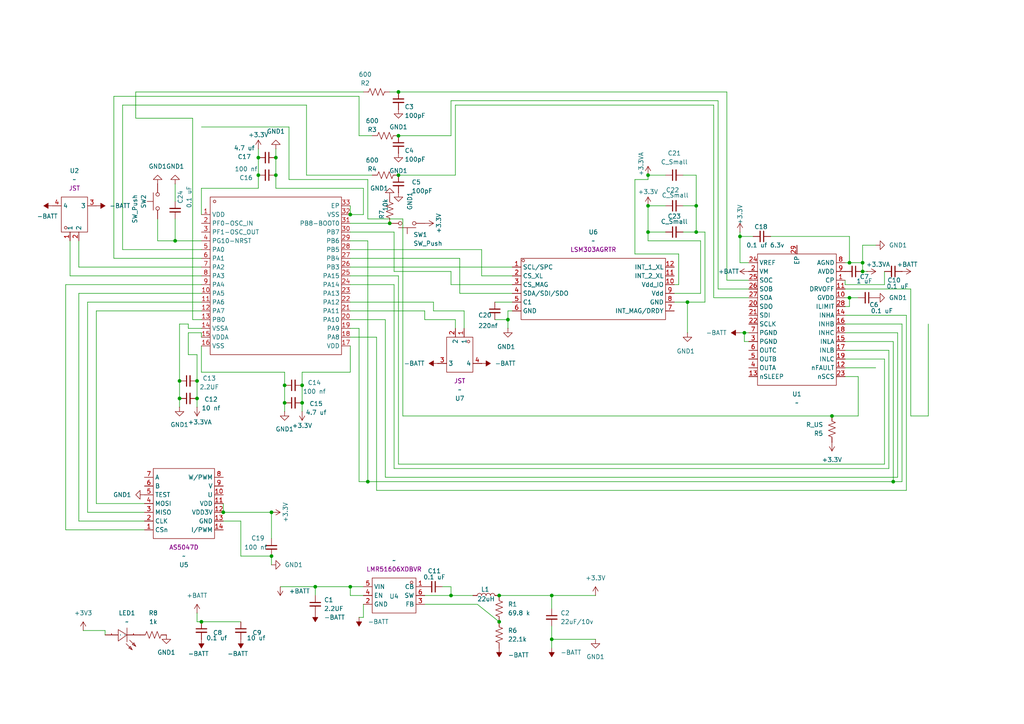
<source format=kicad_sch>
(kicad_sch (version 20250114) (generator "eeschema") (generator_version "9.0")
  (paper "A4")
  (lib_symbols
    (symbol "Device:C_Small" (pin_numbers (hide yes)) (pin_names (offset 0.254) (hide yes))
      (property "Reference" "C" (at 0.254 1.778 0))
      (property "Value" "C_Small" (at 0.254 -2.032 0))
      (symbol "C_Small_0_1"
        (polyline (pts (xy -1.524 0.508) (xy 1.524 0.508)) (stroke (width 0.3048)))
        (polyline (pts (xy -1.524 -0.508) (xy 1.524 -0.508)) (stroke (width 0.3302)))
      )
      (symbol "C_Small_1_1"
        (pin passive line (at 0 2.54 270) (length 2.032) (name "~") (number "1"))
        (pin passive line (at 0 -2.54 90) (length 2.032) (name "~") (number "2"))
      )
    )
    (symbol "Device:L" (pin_numbers (hide yes)) (pin_names (offset 1.016) (hide yes))
      (property "Reference" "L" (at -1.27 0 90))
      (property "Value" "L" (at 1.905 0 90))
      (symbol "L_0_1"
        (arc (start 0 2.54) (mid 0.6323 1.905) (end 0 1.27))
        (arc (start 0 1.27) (mid 0.6323 0.635) (end 0 0))
        (arc (start 0 0) (mid 0.6323 -0.635) (end 0 -1.27))
        (arc (start 0 -1.27) (mid 0.6323 -1.905) (end 0 -2.54))
      )
      (symbol "L_1_1"
        (pin passive line (at 0 3.81 270) (length 1.27) (name "1") (number "1"))
        (pin passive line (at 0 -3.81 90) (length 1.27) (name "2") (number "2"))
      )
    )
    (symbol "Device:R_US" (pin_numbers (hide yes)) (pin_names (offset 0))
      (property "Reference" "R" (at 2.54 0 90))
      (property "Value" "R_US" (at -2.54 0 90))
      (symbol "R_US_0_1"
        (polyline (pts (xy 0 2.286) (xy 0 2.54)))
        (polyline (pts (xy 0 2.286) (xy 1.016 1.905) (xy 0 1.524) (xy -1.016 1.143) (xy 0 0.762)))
        (polyline (pts (xy 0 0.762) (xy 1.016 0.381) (xy 0 0) (xy -1.016 -0.381) (xy 0 -0.762)))
        (polyline (pts (xy 0 -0.762) (xy 1.016 -1.143) (xy 0 -1.524) (xy -1.016 -1.905) (xy 0 -2.286)))
        (polyline (pts (xy 0 -2.286) (xy 0 -2.54)))
      )
      (symbol "R_US_1_1"
        (pin passive line (at 0 3.81 270) (length 1.27) (name "~") (number "1"))
        (pin passive line (at 0 -3.81 90) (length 1.27) (name "~") (number "2"))
      )
    )
    (symbol "Switch:SW_Push" (pin_numbers (hide yes)) (pin_names (offset 1.016) (hide yes))
      (property "Reference" "SW" (at 1.27 2.54 0))
      (property "Value" "SW_Push" (at 0 -1.524 0))
      (symbol "SW_Push_0_1"
        (circle (center -2.032 0) (radius 0.508))
        (polyline (pts (xy 0 1.27) (xy 0 3.048)))
        (circle (center 2.032 0) (radius 0.508))
        (polyline (pts (xy 2.54 1.27) (xy -2.54 1.27)))
        (pin passive line (at -5.08 0 0) (length 2.54) (name "1") (number "1"))
        (pin passive line (at 5.08 0 180) (length 2.54) (name "2") (number "2"))
      )
    )
    (symbol "bldc controller:AS5047D-ATSM"
      (property "Reference" "U" (at 0 0 0))
      (property "Manufacturer Part" "AS5047D" (at -0.254 -4.572 0))
      (symbol "AS5047D-ATSM_1_0"
        (rectangle (start -8.89 10.16) (end 8.89 -10.16))
        (pin input line (at -11.43 7.62 0) (length 2.54) (name "CSn") (number "1"))
        (pin input line (at -11.43 5.08 0) (length 2.54) (name "CLK") (number "2"))
        (pin output line (at -11.43 2.54 0) (length 2.54) (name "MISO") (number "3"))
        (pin input line (at -11.43 0 0) (length 2.54) (name "MOSI") (number "4"))
        (pin unspecified line (at -11.43 -2.54 0) (length 2.54) (name "TEST") (number "5"))
        (pin output line (at -11.43 -5.08 0) (length 2.54) (name "B") (number "6"))
        (pin output line (at -11.43 -7.62 0) (length 2.54) (name "A") (number "7"))
        (pin output line (at 11.43 7.62 180) (length 2.54) (name "I/PWM") (number "14"))
        (pin output line (at 11.43 5.08 180) (length 2.54) (name "GND") (number "13"))
        (pin power_in line (at 11.43 2.54 180) (length 2.54) (name "VDD3V") (number "12"))
        (pin power_in line (at 11.43 0 180) (length 2.54) (name "VDD") (number "11"))
        (pin output line (at 11.43 -2.54 180) (length 2.54) (name "U") (number "10"))
        (pin output line (at 11.43 -5.08 180) (length 2.54) (name "V") (number "9"))
        (pin output line (at 11.43 -7.62 180) (length 2.54) (name "W/PWM") (number "8"))
      )
    )
    (symbol "bldc controller:DRV8376SNLGR"
      (property "Reference" "U" (at 0 0 0))
      (symbol "DRV8376SNLGR_1_0"
        (rectangle (start -11.43 19.05) (end 11.43 -19.05))
        (pin unspecified line (at -13.97 16.51 0) (length 2.54) (name "AGND") (number "8"))
        (pin unspecified line (at -13.97 13.97 0) (length 2.54) (name "AVDD") (number "9"))
        (pin unspecified line (at -13.97 11.43 0) (length 2.54) (name "CP") (number "1"))
        (pin unspecified line (at -13.97 8.89 0) (length 2.54) (name "DRVOFF") (number "11"))
        (pin unspecified line (at -13.97 6.35 0) (length 2.54) (name "GVDD") (number "10"))
        (pin unspecified line (at -13.97 3.81 0) (length 2.54) (name "ILIMIT") (number "28"))
        (pin unspecified line (at -13.97 1.27 0) (length 2.54) (name "INHA") (number "14"))
        (pin unspecified line (at -13.97 -1.27 0) (length 2.54) (name "INHB") (number "16"))
        (pin unspecified line (at -13.97 -3.81 0) (length 2.54) (name "INHC") (number "18"))
        (pin unspecified line (at -13.97 -6.35 0) (length 2.54) (name "INLA") (number "15"))
        (pin unspecified line (at -13.97 -8.89 0) (length 2.54) (name "INLB") (number "17"))
        (pin unspecified line (at -13.97 -11.43 0) (length 2.54) (name "INLC") (number "19"))
        (pin unspecified line (at -13.97 -13.97 0) (length 2.54) (name "nFAULT") (number "12"))
        (pin unspecified line (at -13.97 -16.51 0) (length 2.54) (name "nSCS") (number "23"))
        (pin unspecified line (at 0 21.59 270) (length 2.54) (name "EP") (number "29"))
        (pin unspecified line (at 13.97 16.51 180) (length 2.54) (name "VREF") (number "24"))
        (pin unspecified line (at 13.97 13.97 180) (length 2.54) (name "VM") (number "2"))
        (pin unspecified line (at 13.97 11.43 180) (length 2.54) (name "SOC") (number "25"))
        (pin unspecified line (at 13.97 8.89 180) (length 2.54) (name "SOB") (number "26"))
        (pin unspecified line (at 13.97 6.35 180) (length 2.54) (name "SOA") (number "27"))
        (pin unspecified line (at 13.97 3.81 180) (length 2.54) (name "SDO") (number "20"))
        (pin unspecified line (at 13.97 1.27 180) (length 2.54) (name "SDI") (number "21"))
        (pin unspecified line (at 13.97 -1.27 180) (length 2.54) (name "SCLK") (number "22"))
        (pin unspecified line (at 13.97 -3.81 180) (length 2.54) (name "PGND") (number "7"))
        (pin unspecified line (at 13.97 -6.35 180) (length 2.54) (name "PGND") (number "3"))
        (pin unspecified line (at 13.97 -8.89 180) (length 2.54) (name "OUTC") (number "6"))
        (pin unspecified line (at 13.97 -11.43 180) (length 2.54) (name "OUTB") (number "5"))
        (pin unspecified line (at 13.97 -13.97 180) (length 2.54) (name "OUTA") (number "4"))
        (pin unspecified line (at 13.97 -16.51 180) (length 2.54) (name "nSLEEP") (number "13"))
      )
    )
    (symbol "bldc controller:KT-0603R"
      (property "Reference" "LED" (at 0 -3.81 0))
      (symbol "KT-0603R_1_0"
        (polyline (pts (xy -3.81 3.302) (xy -2.794 2.794) (xy -2.794 2.794) (xy -3.302 2.286) (xy -3.302 2.286) (xy -3.81 3.302)))
        (polyline (pts (xy -2.794 4.318) (xy -1.778 3.81) (xy -1.778 3.81) (xy -2.286 3.302) (xy -2.286 3.302) (xy -2.794 4.318)))
        (polyline (pts (xy -2.032 1.524) (xy -3.81 3.302)))
        (polyline (pts (xy -1.27 2.032) (xy -1.27 -2.032)))
        (polyline (pts (xy -1.016 2.54) (xy -2.794 4.318)))
        (polyline (pts (xy 1.27 -1.524) (xy -1.27 0) (xy -1.27 0) (xy 1.27 1.778) (xy 1.27 1.778) (xy 1.27 -1.524)))
        (pin output line (at -5.08 0 0) (length 3.81) (name "K") (number "1"))
        (pin input line (at 5.08 0 180) (length 3.81) (name "A") (number "2"))
      )
    )
    (symbol "bldc controller:LMR51606XDBVR"
      (property "Reference" "U" (at 0 0 0))
      (property "Manufacturer Part" "LMR51606XDBVR" (at -1.27 6.604 0))
      (symbol "LMR51606XDBVR_1_0"
        (rectangle (start -7.62 -5.08) (end 5.08 5.08))
        (circle (center 3.81 3.81) (radius 0.381))
        (pin power_in line (at -10.16 2.54 0) (length 2.54) (name "VIN") (number "5"))
        (pin input line (at -10.16 0 0) (length 2.54) (name "EN") (number "4"))
        (pin power_out line (at -10.16 -2.54 0) (length 2.54) (name "GND") (number "2"))
        (pin output line (at 7.62 2.54 180) (length 2.54) (name "CB") (number "1"))
        (pin power_out line (at 7.62 0 180) (length 2.54) (name "SW") (number "6"))
        (pin input line (at 7.62 -2.54 180) (length 2.54) (name "FB") (number "3"))
      )
    )
    (symbol "bldc controller:LSM303AGRTR"
      (property "Reference" "U" (at 0 0 0))
      (property "Manufacturer Part" "LSM303AGRTR" (at -0.508 6.35 0))
      (symbol "LSM303AGRTR_1_0"
        (rectangle (start -21.59 -8.89) (end 20.32 8.89))
        (circle (center -20.955 8.255) (radius 0.381))
        (pin input line (at -24.13 6.35 0) (length 2.54) (name "SCL/SPC") (number "1"))
        (pin input line (at -24.13 3.81 0) (length 2.54) (name "CS_XL") (number "2"))
        (pin input line (at -24.13 1.27 0) (length 2.54) (name "CS_MAG") (number "3"))
        (pin output line (at -24.13 -1.27 0) (length 2.54) (name "SDA/SDI/SDO") (number "4"))
        (pin output line (at -24.13 -3.81 0) (length 2.54) (name "C1") (number "5"))
        (pin output line (at -24.13 -6.35 0) (length 2.54) (name "GND") (number "6"))
        (pin input line (at 22.86 6.35 180) (length 2.54) (name "INT_1_XL") (number "12"))
        (pin input line (at 22.86 3.81 180) (length 2.54) (name "INT_2_XL") (number "11"))
        (pin power_in line (at 22.86 1.27 180) (length 2.54) (name "Vdd_IO") (number "10"))
        (pin power_in line (at 22.86 -1.27 180) (length 2.54) (name "Vdd") (number "9"))
        (pin output line (at 22.86 -3.81 180) (length 2.54) (name "GND") (number "8"))
        (pin output line (at 22.86 -6.35 180) (length 2.54) (name "INT_MAG/DRDY") (number "7"))
      )
    )
    (symbol "bldc controller:SM02B-GHS-TB(LF)(SN)"
      (property "Reference" "U" (at 0 0 0))
      (property "Manufacturer" "JST" (at 2.286 1.778 0))
      (symbol "SM02B-GHS-TB(LF)(SN)_1_0"
        (rectangle (start -2.54 -2.54) (end 7.62 5.08))
        (circle (center -1.27 3.81) (radius 0.381))
        (pin bidirectional line (at -5.08 2.54 0) (length 2.54) (name "1") (number "1"))
        (pin bidirectional line (at -5.08 0 0) (length 2.54) (name "2") (number "2"))
        (pin unspecified line (at 5.08 7.62 270) (length 2.54) (name "4") (number "4"))
        (pin unspecified line (at 5.08 -5.08 90) (length 2.54) (name "3") (number "3"))
      )
    )
    (symbol "bldc controller:STM32G431KBU6"
      (symbol "STM32G431KBU6_1_0"
        (rectangle (start -19.05 22.86) (end 19.05 -22.86))
        (circle (center -17.78 21.59) (radius 0.381))
        (pin power_in line (at -21.59 17.78 0) (length 2.54) (name "VDD") (number "1"))
        (pin bidirectional line (at -21.59 15.24 0) (length 2.54) (name "PF0-OSC_IN") (number "2"))
        (pin bidirectional line (at -21.59 12.7 0) (length 2.54) (name "PF1-OSC_OUT") (number "3"))
        (pin output line (at -21.59 10.16 0) (length 2.54) (name "PG10-NRST") (number "4"))
        (pin bidirectional line (at -21.59 7.62 0) (length 2.54) (name "PA0") (number "5"))
        (pin bidirectional line (at -21.59 5.08 0) (length 2.54) (name "PA1") (number "6"))
        (pin bidirectional line (at -21.59 2.54 0) (length 2.54) (name "PA2") (number "7"))
        (pin bidirectional line (at -21.59 0 0) (length 2.54) (name "PA3") (number "8"))
        (pin bidirectional line (at -21.59 -2.54 0) (length 2.54) (name "PA4") (number "9"))
        (pin bidirectional line (at -21.59 -5.08 0) (length 2.54) (name "PA5") (number "10"))
        (pin bidirectional line (at -21.59 -7.62 0) (length 2.54) (name "PA6") (number "11"))
        (pin bidirectional line (at -21.59 -10.16 0) (length 2.54) (name "PA7") (number "12"))
        (pin bidirectional line (at -21.59 -12.7 0) (length 2.54) (name "PB0") (number "13"))
        (pin power_out line (at -21.59 -15.24 0) (length 2.54) (name "VSSA") (number "14"))
        (pin power_in line (at -21.59 -17.78 0) (length 2.54) (name "VDDA") (number "15"))
        (pin power_out line (at -21.59 -20.32 0) (length 2.54) (name "VSS") (number "16"))
        (pin unspecified line (at 21.59 20.32 180) (length 2.54) (name "EP") (number "33"))
        (pin power_in line (at 21.59 17.78 180) (length 2.54) (name "VSS") (number "32"))
        (pin input line (at 21.59 15.24 180) (length 2.54) (name "PB8-BOOT0") (number "31"))
        (pin bidirectional line (at 21.59 12.7 180) (length 2.54) (name "PB7") (number "30"))
        (pin bidirectional line (at 21.59 10.16 180) (length 2.54) (name "PB6") (number "29"))
        (pin bidirectional line (at 21.59 7.62 180) (length 2.54) (name "PB5") (number "28"))
        (pin bidirectional line (at 21.59 5.08 180) (length 2.54) (name "PB4") (number "27"))
        (pin bidirectional line (at 21.59 2.54 180) (length 2.54) (name "PB3") (number "26"))
        (pin bidirectional line (at 21.59 0 180) (length 2.54) (name "PA15") (number "25"))
        (pin bidirectional line (at 21.59 -2.54 180) (length 2.54) (name "PA14") (number "24"))
        (pin bidirectional line (at 21.59 -5.08 180) (length 2.54) (name "PA13") (number "23"))
        (pin bidirectional line (at 21.59 -7.62 180) (length 2.54) (name "PA12") (number "22"))
        (pin bidirectional line (at 21.59 -10.16 180) (length 2.54) (name "PA11") (number "21"))
        (pin bidirectional line (at 21.59 -12.7 180) (length 2.54) (name "PA10") (number "20"))
        (pin bidirectional line (at 21.59 -15.24 180) (length 2.54) (name "PA9") (number "19"))
        (pin bidirectional line (at 21.59 -17.78 180) (length 2.54) (name "PA8") (number "18"))
        (pin power_in line (at 21.59 -20.32 180) (length 2.54) (name "VDD") (number "17"))
      )
    )
    (symbol "power:+3.3V" (power) (pin_numbers (hide yes)) (pin_names (offset 0) (hide yes))
      (property "Value" "+3.3V" (at 0 3.556 0))
      (symbol "+3.3V_0_1"
        (polyline (pts (xy -0.762 1.27) (xy 0 2.54)))
        (polyline (pts (xy 0 2.54) (xy 0.762 1.27)))
        (polyline (pts (xy 0 0) (xy 0 2.54)))
      )
      (symbol "+3.3V_1_1"
        (pin power_in line (at 0 0 90) (length 0) (name "~") (number "1"))
      )
    )
    (symbol "power:+3.3VA" (power) (pin_numbers (hide yes)) (pin_names (offset 0) (hide yes))
      (property "Value" "+3.3VA" (at 0 3.556 0))
      (symbol "+3.3VA_0_1"
        (polyline (pts (xy -0.762 1.27) (xy 0 2.54)))
        (polyline (pts (xy 0 2.54) (xy 0.762 1.27)))
        (polyline (pts (xy 0 0) (xy 0 2.54)))
      )
      (symbol "+3.3VA_1_1"
        (pin power_in line (at 0 0 90) (length 0) (name "~") (number "1"))
      )
    )
    (symbol "power:+3V3" (power) (pin_numbers (hide yes)) (pin_names (offset 0) (hide yes))
      (property "Value" "+3V3" (at 0 3.556 0))
      (symbol "+3V3_0_1"
        (polyline (pts (xy -0.762 1.27) (xy 0 2.54)))
        (polyline (pts (xy 0 2.54) (xy 0.762 1.27)))
        (polyline (pts (xy 0 0) (xy 0 2.54)))
      )
      (symbol "+3V3_1_1"
        (pin power_in line (at 0 0 90) (length 0) (name "~") (number "1"))
      )
    )
    (symbol "power:+BATT" (power) (pin_numbers (hide yes)) (pin_names (offset 0) (hide yes))
      (property "Value" "+BATT" (at 0 3.556 0))
      (symbol "+BATT_0_1"
        (polyline (pts (xy -0.762 1.27) (xy 0 2.54)))
        (polyline (pts (xy 0 2.54) (xy 0.762 1.27)))
        (polyline (pts (xy 0 0) (xy 0 2.54)))
      )
      (symbol "+BATT_1_1"
        (pin power_in line (at 0 0 90) (length 0) (name "~") (number "1"))
      )
    )
    (symbol "power:-BATT" (power) (pin_numbers (hide yes)) (pin_names (offset 0) (hide yes))
      (property "Value" "-BATT" (at 0 3.556 0))
      (symbol "-BATT_0_1"
        (polyline (pts (xy 0 0) (xy 0 2.54)))
        (polyline (pts (xy 0.762 1.27) (xy -0.762 1.27) (xy 0 2.54) (xy 0.762 1.27)) (fill (type outline)))
      )
      (symbol "-BATT_1_1"
        (pin power_in line (at 0 0 90) (length 0) (name "~") (number "1"))
      )
    )
    (symbol "power:GND1" (power) (pin_numbers (hide yes)) (pin_names (offset 0) (hide yes))
      (property "Value" "GND1" (at 0 -3.81 0))
      (symbol "GND1_0_1"
        (polyline (pts (xy 0 0) (xy 0 -1.27) (xy 1.27 -1.27) (xy 0 -2.54) (xy -1.27 -1.27) (xy 0 -1.27)))
      )
      (symbol "GND1_1_1"
        (pin power_in line (at 0 0 270) (length 0) (name "~") (number "1"))
      )
    )
  )
  (junction (at 147.32 92.71))
  (junction (at 80.01 45.72))
  (junction (at 115.57 50.8))
  (junction (at 80.01 50.8))
  (junction (at 82.55 116.84))
  (junction (at 57.15 110.49))
  (junction (at 246.38 76.2))
  (junction (at 160.02 172.72))
  (junction (at 115.57 26.67))
  (junction (at 58.42 180.34))
  (junction (at 113.03 64.77))
  (junction (at 201.93 67.31))
  (junction (at 101.6 170.18))
  (junction (at 199.39 87.63))
  (junction (at 74.93 45.72))
  (junction (at 50.8 69.85))
  (junction (at 250.19 76.2))
  (junction (at 78.74 148.59))
  (junction (at 87.63 111.76))
  (junction (at 214.63 68.58))
  (junction (at 74.93 50.8))
  (junction (at 201.93 59.69))
  (junction (at 259.08 139.7))
  (junction (at 160.02 185.42))
  (junction (at 250.19 78.74))
  (junction (at 82.55 111.76))
  (junction (at 101.6 62.23))
  (junction (at 144.78 180.34))
  (junction (at 106.68 139.7))
  (junction (at 187.96 50.8))
  (junction (at 52.07 110.49))
  (junction (at 115.57 39.37))
  (junction (at 91.44 170.18))
  (junction (at 57.15 115.57))
  (junction (at 241.3 120.65))
  (junction (at 52.07 115.57))
  (junction (at 215.9 96.52))
  (junction (at 130.81 172.72))
  (junction (at 187.96 59.69))
  (junction (at 87.63 116.84))
  (junction (at 187.96 67.31))
  (junction (at 144.78 172.72))
  (junction (at 246.38 86.36))
  (junction (at 64.77 148.59))
  (junction (at 78.74 161.29))
  (wire (pts (xy 201.93 59.69) (xy 201.93 67.31)))
  (wire (pts (xy 130.81 170.18) (xy 130.81 172.72)))
  (wire (pts (xy 114.3 67.31) (xy 114.3 78.74)))
  (wire (pts (xy 69.85 161.29) (xy 78.74 161.29)))
  (wire (pts (xy 82.55 119.38) (xy 82.55 116.84)))
  (wire (pts (xy 245.11 82.55) (xy 245.11 81.28)))
  (wire (pts (xy 116.84 63.5) (xy 106.68 63.5)))
  (wire (pts (xy 105.41 172.72) (xy 101.6 172.72)))
  (wire (pts (xy 39.37 34.29) (xy 55.88 34.29)))
  (wire (pts (xy 248.92 120.65) (xy 248.92 109.22)))
  (wire (pts (xy 106.68 139.7) (xy 259.08 139.7)))
  (wire (pts (xy 269.24 120.65) (xy 264.16 120.65)))
  (wire (pts (xy 27.94 90.17) (xy 58.42 90.17)))
  (wire (pts (xy 22.86 85.09) (xy 22.86 151.13)))
  (wire (pts (xy 139.7 72.39) (xy 139.7 80.01)))
  (wire (pts (xy 74.93 50.8) (xy 74.93 45.72)))
  (wire (pts (xy 88.9 50.8) (xy 88.9 30.48)))
  (wire (pts (xy 19.05 153.67) (xy 41.91 153.67)))
  (wire (pts (xy 78.74 156.21) (xy 78.74 148.59)))
  (wire (pts (xy 260.35 138.43) (xy 260.35 96.52)))
  (wire (pts (xy 109.22 97.79) (xy 109.22 142.24)))
  (wire (pts (xy 58.42 180.34) (xy 69.85 180.34)))
  (wire (pts (xy 160.02 172.72) (xy 172.72 172.72)))
  (wire (pts (xy 107.95 39.37) (xy 104.14 39.37)))
  (wire (pts (xy 198.12 59.69) (xy 201.93 59.69)))
  (wire (pts (xy 264.16 120.65) (xy 264.16 83.82)))
  (wire (pts (xy 57.15 177.8) (xy 57.15 180.34)))
  (wire (pts (xy 105.41 175.26) (xy 105.41 179.07)))
  (wire (pts (xy 52.07 118.11) (xy 52.07 115.57)))
  (wire (pts (xy 87.63 119.38) (xy 87.63 116.84)))
  (wire (pts (xy 74.93 43.18) (xy 74.93 45.72)))
  (wire (pts (xy 104.14 95.25) (xy 104.14 139.7)))
  (wire (pts (xy 101.6 72.39) (xy 139.7 72.39)))
  (wire (pts (xy 19.05 82.55) (xy 58.42 82.55)))
  (wire (pts (xy 201.93 50.8) (xy 201.93 59.69)))
  (wire (pts (xy 41.91 148.59) (xy 25.4 148.59)))
  (wire (pts (xy 193.04 67.31) (xy 187.96 67.31)))
  (wire (pts (xy 35.56 72.39) (xy 35.56 30.48)))
  (wire (pts (xy 138.43 175.26) (xy 144.78 180.34)))
  (wire (pts (xy 27.94 90.17) (xy 27.94 146.05)))
  (wire (pts (xy 187.96 50.8) (xy 193.04 50.8)))
  (wire (pts (xy 54.61 102.87) (xy 54.61 96.52)))
  (wire (pts (xy 210.82 81.28) (xy 217.17 81.28)))
  (wire (pts (xy 199.39 87.63) (xy 195.58 87.63)))
  (wire (pts (xy 81.28 170.18) (xy 91.44 170.18)))
  (wire (pts (xy 58.42 72.39) (xy 35.56 72.39)))
  (wire (pts (xy 245.11 82.55) (xy 256.54 82.55)))
  (wire (pts (xy 139.7 80.01) (xy 148.59 80.01)))
  (wire (pts (xy 269.24 93.98) (xy 269.24 120.65)))
  (wire (pts (xy 246.38 68.58) (xy 246.38 76.2)))
  (wire (pts (xy 260.35 96.52) (xy 245.11 96.52)))
  (wire (pts (xy 115.57 80.01) (xy 115.57 134.62)))
  (wire (pts (xy 114.3 78.74) (xy 130.81 78.74)))
  (wire (pts (xy 106.68 52.07) (xy 83.82 52.07)))
  (wire (pts (xy 259.08 139.7) (xy 259.08 99.06)))
  (wire (pts (xy 147.32 90.17) (xy 147.32 92.71)))
  (wire (pts (xy 203.2 69.85) (xy 187.96 69.85)))
  (wire (pts (xy 115.57 50.8) (xy 132.08 50.8)))
  (wire (pts (xy 215.9 96.52) (xy 217.17 96.52)))
  (wire (pts (xy 20.32 69.85) (xy 20.32 80.01)))
  (wire (pts (xy 101.6 90.17) (xy 123.19 90.17)))
  (wire (pts (xy 80.01 54.61) (xy 80.01 50.8)))
  (wire (pts (xy 101.6 77.47) (xy 148.59 77.47)))
  (wire (pts (xy 116.84 63.5) (xy 116.84 120.65)))
  (wire (pts (xy 208.28 29.21) (xy 130.81 29.21)))
  (wire (pts (xy 80.01 43.18) (xy 80.01 45.72)))
  (wire (pts (xy 184.15 73.66) (xy 196.85 73.66)))
  (wire (pts (xy 109.22 142.24) (xy 262.89 142.24)))
  (wire (pts (xy 184.15 52.07) (xy 184.15 73.66)))
  (wire (pts (xy 132.08 30.48) (xy 207.01 30.48)))
  (wire (pts (xy 143.51 87.63) (xy 148.59 87.63)))
  (wire (pts (xy 101.6 74.93) (xy 133.35 74.93)))
  (wire (pts (xy 45.72 63.5) (xy 45.72 69.85)))
  (wire (pts (xy 55.88 92.71) (xy 58.42 92.71)))
  (wire (pts (xy 113.03 26.67) (xy 115.57 26.67)))
  (wire (pts (xy 101.6 80.01) (xy 115.57 80.01)))
  (wire (pts (xy 259.08 99.06) (xy 245.11 99.06)))
  (wire (pts (xy 64.77 148.59) (xy 64.77 146.05)))
  (wire (pts (xy 69.85 151.13) (xy 69.85 161.29)))
  (wire (pts (xy 196.85 73.66) (xy 196.85 82.55)))
  (wire (pts (xy 101.6 64.77) (xy 113.03 64.77)))
  (wire (pts (xy 80.01 54.61) (xy 105.41 54.61)))
  (wire (pts (xy 82.55 107.95) (xy 82.55 111.76)))
  (wire (pts (xy 144.78 172.72) (xy 160.02 172.72)))
  (wire (pts (xy 223.52 68.58) (xy 246.38 68.58)))
  (wire (pts (xy 204.47 67.31) (xy 201.93 67.31)))
  (wire (pts (xy 116.84 120.65) (xy 241.3 120.65)))
  (wire (pts (xy 111.76 92.71) (xy 111.76 138.43)))
  (wire (pts (xy 132.08 92.71) (xy 132.08 95.25)))
  (wire (pts (xy 104.14 139.7) (xy 106.68 139.7)))
  (wire (pts (xy 22.86 151.13) (xy 41.91 151.13)))
  (wire (pts (xy 123.19 172.72) (xy 130.81 172.72)))
  (wire (pts (xy 105.41 26.67) (xy 39.37 26.67)))
  (wire (pts (xy 214.63 76.2) (xy 217.17 76.2)))
  (wire (pts (xy 52.07 93.98) (xy 54.61 93.98)))
  (wire (pts (xy 105.41 54.61) (xy 105.41 62.23)))
  (wire (pts (xy 114.3 135.89) (xy 257.81 135.89)))
  (wire (pts (xy 195.58 85.09) (xy 203.2 85.09)))
  (wire (pts (xy 130.81 82.55) (xy 148.59 82.55)))
  (wire (pts (xy 254 106.68) (xy 245.11 106.68)))
  (wire (pts (xy 195.58 82.55) (xy 196.85 82.55)))
  (wire (pts (xy 134.62 90.17) (xy 134.62 95.25)))
  (wire (pts (xy 187.96 59.69) (xy 193.04 59.69)))
  (wire (pts (xy 57.15 118.11) (xy 57.15 115.57)))
  (wire (pts (xy 101.6 107.95) (xy 101.6 100.33)))
  (wire (pts (xy 107.95 50.8) (xy 88.9 50.8)))
  (wire (pts (xy 264.16 83.82) (xy 245.11 83.82)))
  (wire (pts (xy 199.39 87.63) (xy 199.39 96.52)))
  (wire (pts (xy 261.62 139.7) (xy 261.62 93.98)))
  (wire (pts (xy 54.61 95.25) (xy 58.42 95.25)))
  (wire (pts (xy 187.96 50.8) (xy 187.96 52.07)))
  (wire (pts (xy 204.47 67.31) (xy 204.47 87.63)))
  (wire (pts (xy 27.94 146.05) (xy 41.91 146.05)))
  (wire (pts (xy 19.05 82.55) (xy 19.05 153.67)))
  (wire (pts (xy 115.57 134.62) (xy 256.54 134.62)))
  (wire (pts (xy 101.6 87.63) (xy 125.73 87.63)))
  (wire (pts (xy 261.62 93.98) (xy 245.11 93.98)))
  (wire (pts (xy 256.54 78.74) (xy 256.54 82.55)))
  (wire (pts (xy 105.41 179.07) (xy 104.14 179.07)))
  (wire (pts (xy 91.44 170.18) (xy 101.6 170.18)))
  (wire (pts (xy 25.4 87.63) (xy 25.4 148.59)))
  (wire (pts (xy 45.72 69.85) (xy 50.8 69.85)))
  (wire (pts (xy 105.41 62.23) (xy 101.6 62.23)))
  (wire (pts (xy 101.6 172.72) (xy 101.6 170.18)))
  (wire (pts (xy 57.15 110.49) (xy 57.15 115.57)))
  (wire (pts (xy 54.61 93.98) (xy 54.61 95.25)))
  (wire (pts (xy 208.28 29.21) (xy 208.28 83.82)))
  (wire (pts (xy 25.4 87.63) (xy 58.42 87.63)))
  (wire (pts (xy 198.12 67.31) (xy 201.93 67.31)))
  (wire (pts (xy 58.42 107.95) (xy 58.42 100.33)))
  (wire (pts (xy 198.12 50.8) (xy 201.93 50.8)))
  (wire (pts (xy 101.6 97.79) (xy 109.22 97.79)))
  (wire (pts (xy 203.2 85.09) (xy 203.2 69.85)))
  (wire (pts (xy 123.19 175.26) (xy 138.43 175.26)))
  (wire (pts (xy 58.42 54.61) (xy 58.42 62.23)))
  (wire (pts (xy 104.14 27.94) (xy 33.02 27.94)))
  (wire (pts (xy 143.51 92.71) (xy 147.32 92.71)))
  (wire (pts (xy 125.73 90.17) (xy 134.62 90.17)))
  (wire (pts (xy 33.02 74.93) (xy 33.02 27.94)))
  (wire (pts (xy 22.86 77.47) (xy 58.42 77.47)))
  (wire (pts (xy 250.19 76.2) (xy 246.38 76.2)))
  (wire (pts (xy 101.6 82.55) (xy 114.3 82.55)))
  (wire (pts (xy 257.81 101.6) (xy 245.11 101.6)))
  (wire (pts (xy 57.15 180.34) (xy 58.42 180.34)))
  (wire (pts (xy 101.6 170.18) (xy 105.41 170.18)))
  (wire (pts (xy 256.54 104.14) (xy 245.11 104.14)))
  (wire (pts (xy 114.3 82.55) (xy 114.3 135.89)))
  (wire (pts (xy 250.19 71.12) (xy 250.19 76.2)))
  (wire (pts (xy 248.92 109.22) (xy 245.11 109.22)))
  (wire (pts (xy 199.39 87.63) (xy 204.47 87.63)))
  (wire (pts (xy 207.01 86.36) (xy 217.17 86.36)))
  (wire (pts (xy 254 71.12) (xy 250.19 71.12)))
  (wire (pts (xy 101.6 62.23) (xy 101.6 59.69)))
  (wire (pts (xy 128.27 170.18) (xy 130.81 170.18)))
  (wire (pts (xy 187.96 67.31) (xy 187.96 69.85)))
  (wire (pts (xy 160.02 181.61) (xy 160.02 185.42)))
  (wire (pts (xy 87.63 111.76) (xy 87.63 107.95)))
  (wire (pts (xy 207.01 30.48) (xy 207.01 86.36)))
  (wire (pts (xy 132.08 50.8) (xy 132.08 30.48)))
  (wire (pts (xy 251.46 78.74) (xy 250.19 78.74)))
  (wire (pts (xy 74.93 50.8) (xy 74.93 54.61)))
  (wire (pts (xy 245.11 88.9) (xy 246.38 88.9)))
  (wire (pts (xy 262.89 91.44) (xy 245.11 91.44)))
  (wire (pts (xy 58.42 96.52) (xy 58.42 97.79)))
  (wire (pts (xy 104.14 39.37) (xy 104.14 27.94)))
  (wire (pts (xy 130.81 29.21) (xy 130.81 39.37)))
  (wire (pts (xy 250.19 76.2) (xy 250.19 78.74)))
  (wire (pts (xy 88.9 30.48) (xy 35.56 30.48)))
  (wire (pts (xy 58.42 85.09) (xy 22.86 85.09)))
  (wire (pts (xy 20.32 80.01) (xy 58.42 80.01)))
  (wire (pts (xy 57.15 102.87) (xy 54.61 102.87)))
  (wire (pts (xy 160.02 172.72) (xy 160.02 176.53)))
  (wire (pts (xy 256.54 134.62) (xy 256.54 104.14)))
  (wire (pts (xy 246.38 88.9) (xy 246.38 86.36)))
  (wire (pts (xy 78.74 163.83) (xy 78.74 161.29)))
  (wire (pts (xy 262.89 142.24) (xy 262.89 91.44)))
  (wire (pts (xy 83.82 36.83) (xy 58.42 36.83)))
  (wire (pts (xy 246.38 76.2) (xy 245.11 76.2)))
  (wire (pts (xy 259.08 139.7) (xy 261.62 139.7)))
  (wire (pts (xy 133.35 85.09) (xy 133.35 74.93)))
  (wire (pts (xy 214.63 67.31) (xy 214.63 68.58)))
  (wire (pts (xy 115.57 26.67) (xy 210.82 26.67)))
  (wire (pts (xy 214.63 68.58) (xy 218.44 68.58)))
  (wire (pts (xy 50.8 53.34) (xy 50.8 58.42)))
  (wire (pts (xy 22.86 69.85) (xy 22.86 77.47)))
  (wire (pts (xy 74.93 54.61) (xy 58.42 54.61)))
  (wire (pts (xy 123.19 92.71) (xy 132.08 92.71)))
  (wire (pts (xy 160.02 185.42) (xy 172.72 185.42)))
  (wire (pts (xy 147.32 92.71) (xy 147.32 95.25)))
  (wire (pts (xy 214.63 68.58) (xy 214.63 76.2)))
  (wire (pts (xy 50.8 63.5) (xy 50.8 69.85)))
  (wire (pts (xy 55.88 34.29) (xy 55.88 92.71)))
  (wire (pts (xy 106.68 69.85) (xy 106.68 139.7)))
  (wire (pts (xy 248.92 86.36) (xy 246.38 86.36)))
  (wire (pts (xy 160.02 185.42) (xy 160.02 187.96)))
  (wire (pts (xy 106.68 69.85) (xy 101.6 69.85)))
  (wire (pts (xy 217.17 99.06) (xy 215.9 99.06)))
  (wire (pts (xy 64.77 151.13) (xy 69.85 151.13)))
  (wire (pts (xy 248.92 120.65) (xy 241.3 120.65)))
  (wire (pts (xy 130.81 172.72) (xy 137.16 172.72)))
  (wire (pts (xy 133.35 85.09) (xy 148.59 85.09)))
  (wire (pts (xy 64.77 148.59) (xy 78.74 148.59)))
  (wire (pts (xy 52.07 115.57) (xy 52.07 110.49)))
  (wire (pts (xy 246.38 86.36) (xy 245.11 86.36)))
  (wire (pts (xy 214.63 96.52) (xy 215.9 96.52)))
  (wire (pts (xy 87.63 111.76) (xy 87.63 116.84)))
  (wire (pts (xy 101.6 95.25) (xy 104.14 95.25)))
  (wire (pts (xy 208.28 83.82) (xy 217.17 83.82)))
  (wire (pts (xy 82.55 111.76) (xy 82.55 116.84)))
  (wire (pts (xy 52.07 93.98) (xy 52.07 110.49)))
  (wire (pts (xy 83.82 52.07) (xy 83.82 36.83)))
  (wire (pts (xy 111.76 138.43) (xy 260.35 138.43)))
  (wire (pts (xy 82.55 107.95) (xy 58.42 107.95)))
  (wire (pts (xy 57.15 110.49) (xy 57.15 102.87)))
  (wire (pts (xy 39.37 26.67) (xy 39.37 34.29)))
  (wire (pts (xy 58.42 74.93) (xy 33.02 74.93)))
  (wire (pts (xy 24.13 182.88) (xy 30.48 182.88)))
  (wire (pts (xy 50.8 69.85) (xy 58.42 69.85)))
  (wire (pts (xy 123.19 90.17) (xy 123.19 92.71)))
  (wire (pts (xy 80.01 50.8) (xy 80.01 45.72)))
  (wire (pts (xy 101.6 67.31) (xy 114.3 67.31)))
  (wire (pts (xy 257.81 135.89) (xy 257.81 101.6)))
  (wire (pts (xy 130.81 78.74) (xy 130.81 82.55)))
  (wire (pts (xy 87.63 107.95) (xy 101.6 107.95)))
  (wire (pts (xy 54.61 96.52) (xy 58.42 96.52)))
  (wire (pts (xy 125.73 87.63) (xy 125.73 90.17)))
  (wire (pts (xy 187.96 59.69) (xy 187.96 67.31)))
  (wire (pts (xy 215.9 99.06) (xy 215.9 96.52)))
  (wire (pts (xy 130.81 39.37) (xy 115.57 39.37)))
  (wire (pts (xy 148.59 90.17) (xy 147.32 90.17)))
  (wire (pts (xy 210.82 26.67) (xy 210.82 81.28)))
  (wire (pts (xy 101.6 92.71) (xy 111.76 92.71)))
  (wire (pts (xy 106.68 63.5) (xy 106.68 52.07)))
  (wire (pts (xy 30.48 182.88) (xy 30.48 184.15)))
  (wire (pts (xy 91.44 170.18) (xy 91.44 172.72)))
  (wire (pts (xy 187.96 52.07) (xy 184.15 52.07)))
  (symbol (lib_id "Device:R_US") (at 109.22 26.67 270) (unit 1)
    (property "Reference" "R2" (at 105.918 24.13 90))
    (property "Value" "600" (at 105.918 21.59 90))
    (property "Description" "Resistor, US symbol" (effects (hide yes)))
  )
  (symbol (lib_id "Device:L") (at 140.97 172.72 90) (unit 1)
    (property "Reference" "L1" (at 140.716 170.942 90))
    (property "Value" "22uH" (at 140.97 173.736 90))
    (property "Description" "Inductor" (effects (hide yes)))
  )
  (symbol (lib_id "power:-BATT") (at 214.63 96.52 90) (unit 1)
    (property "Reference" "#PWR012" (effects (hide yes)))
    (property "Value" "-BATT" (at 210.82 96.5199 90) (effects (justify left)))
    (property "Description" "Power symbol creates a global label with name \"-BATT\"" (effects (hide yes)))
  )
  (symbol (lib_id "Device:R_US") (at 44.45 184.15 90) (unit 1)
    (property "Reference" "R8" (at 44.45 177.8 90))
    (property "Value" "1k" (at 44.45 180.34 90))
    (property "Description" "Resistor, US symbol" (effects (hide yes)))
  )
  (symbol (lib_id "power:-BATT") (at 91.44 177.8 180) (unit 1)
    (property "Reference" "#PWR025" (effects (hide yes)))
    (property "Value" "-BATT" (at 93.98 179.0699 0) (effects (justify right)))
    (property "Description" "Power symbol creates a global label with name \"-BATT\"" (effects (hide yes)))
  )
  (symbol (lib_id "Device:C_Small") (at 195.58 59.69 90) (unit 1)
    (property "Reference" "C22" (at 195.072 55.118 90))
    (property "Value" "C_Small" (at 195.834 56.642 90))
    (property "Description" "Unpolarized capacitor, small symbol" (effects (hide yes)))
  )
  (symbol (lib_id "Device:R_US") (at 241.3 124.46 180) (unit 1)
    (property "Reference" "R5" (at 238.76 125.7301 0) (effects (justify left)))
    (property "Value" "R_US" (at 238.76 123.1901 0) (effects (justify left)))
    (property "Description" "Resistor, US symbol" (effects (hide yes)))
  )
  (symbol (lib_id "power:-BATT") (at 160.02 187.96 180) (unit 1)
    (property "Reference" "#PWR02" (effects (hide yes)))
    (property "Value" "-BATT" (at 162.56 189.2299 0) (effects (justify right)))
    (property "Description" "Power symbol creates a global label with name \"-BATT\"" (effects (hide yes)))
  )
  (symbol (lib_id "power:-BATT") (at 15.24 59.69 90) (unit 1)
    (property "Reference" "#PWR034" (effects (hide yes)))
    (property "Value" "-BATT" (at 16.764 62.738 90) (effects (justify left)))
    (property "Description" "Power symbol creates a global label with name \"-BATT\"" (effects (hide yes)))
  )
  (symbol (lib_id "power:-BATT") (at 139.7 105.41 270) (unit 1)
    (property "Reference" "#PWR043" (effects (hide yes)))
    (property "Value" "-BATT" (at 143.51 105.4101 90) (effects (justify left)))
    (property "Description" "Power symbol creates a global label with name \"-BATT\"" (effects (hide yes)))
  )
  (symbol (lib_id "Device:R_US") (at 111.76 39.37 270) (unit 1)
    (property "Reference" "R3" (at 107.95 37.592 90))
    (property "Value" "600" (at 107.95 35.052 90))
    (property "Description" "Resistor, US symbol" (effects (hide yes)))
  )
  (symbol (lib_id "power:GND1") (at 172.72 185.42 0) (unit 1)
    (property "Reference" "#PWR08" (effects (hide yes)))
    (property "Value" "GND1" (at 172.72 190.5 0))
    (property "Description" "Power symbol creates a global label with name \"GND1\" , ground" (effects (hide yes)))
  )
  (symbol (lib_id "bldc controller:LSM303AGRTR") (at 172.72 83.82 0) (unit 1)
    (property "Reference" "U6" (at 172.085 67.31 0))
    (property "Value" "~" (at 172.085 69.85 0))
    (property "Footprint" "ProLib_pcs_2025-10-01 (2):LGA-12_L2.0-W2.0-P0.50-BL" (effects (hide yes)))
    (property "Datasheet" "https://atta.szlcsc.com/upload/public/pdf/source/20180403/C126671_E4CABC5ABBEC58D74E548CEDEFA0489C.pdf" (effects (hide yes)))
    (property "Description" "Sensor Type:Accelerometer Operating Temperature:-40°C~+85°C Operating Temperature:-40°C~+85°C" (effects (hide yes)))
    (property "Manufacturer Part" "LSM303AGRTR" (at 172.085 72.39 0))
    (property "Manufacturer" "ST(意法半导体)" (effects (hide yes)))
    (property "Supplier Part" "C126671" (effects (hide yes)))
    (property "Supplier" "LCSC" (effects (hide yes)))
    (property "LCSC Part Name" "LSM303AGRTR" (effects (hide yes)))
  )
  (symbol (lib_id "Device:C_Small") (at 195.58 50.8 90) (unit 1)
    (property "Reference" "C21" (at 195.5863 44.45 90))
    (property "Value" "C_Small" (at 195.5863 46.99 90))
    (property "Description" "Unpolarized capacitor, small symbol" (effects (hide yes)))
  )
  (symbol (lib_id "power:+3.3V") (at 241.3 128.27 180) (unit 1)
    (property "Reference" "#PWR016" (effects (hide yes)))
    (property "Value" "+3.3V" (at 241.3 133.35 0))
    (property "Description" "Power symbol creates a global label with name \"+3.3V\"" (effects (hide yes)))
  )
  (symbol (lib_id "power:+BATT") (at 81.28 170.18 180) (unit 1)
    (property "Reference" "#PWR04" (effects (hide yes)))
    (property "Value" "+BATT" (at 83.82 171.4499 0) (effects (justify right)))
    (property "Description" "Power symbol creates a global label with name \"+BATT\"" (effects (hide yes)))
  )
  (symbol (lib_id "power:GND1") (at 199.39 96.52 0) (unit 1)
    (property "Reference" "#PWR041" (effects (hide yes)))
    (property "Value" "GND1" (at 198.882 101.854 0))
    (property "Description" "Power symbol creates a global label with name \"GND1\" , ground" (effects (hide yes)))
  )
  (symbol (lib_id "bldc controller:AS5047D-ATSM") (at 53.34 146.05 0) (mirror x) (unit 1)
    (property "Reference" "U5" (at 53.34 163.83 0))
    (property "Value" "~" (at 53.34 161.29 0))
    (property "Footprint" "ProLib_pcs_2025-10-01:TSSOP-14_L5.0-W4.4-P0.65-LS6.4-BL" (effects (hide yes)))
    (property "Datasheet" "https://item.szlcsc.com/datasheet/AS5047D-ATSM/2809610.html" (effects (hide yes)))
    (property "Manufacturer Part" "AS5047D" (at 53.34 158.75 0))
    (property "Manufacturer" "ams(艾迈斯半导体)" (effects (hide yes)))
    (property "Supplier Part" "C2693743" (effects (hide yes)))
    (property "Supplier" "LCSC" (effects (hide yes)))
    (property "LCSC Part Name" "AS5047D-ATSM" (effects (hide yes)))
  )
  (symbol (lib_id "Device:C_Small") (at 78.74 158.75 0) (mirror y) (unit 1)
    (property "Reference" "C19" (at 74.803 156.083 0))
    (property "Value" "100 nf" (at 74.168 158.75 0))
    (property "Description" "Unpolarized capacitor, small symbol" (effects (hide yes)))
  )
  (symbol (lib_id "power:-BATT") (at 144.78 187.96 180) (unit 1)
    (property "Reference" "#PWR01" (effects (hide yes)))
    (property "Value" "-BATT" (at 147.32 189.992 0) (effects (justify right)))
    (property "Description" "Power symbol creates a global label with name \"-BATT\"" (effects (hide yes)))
  )
  (symbol (lib_id "power:+3.3V") (at 187.96 59.69 0) (unit 1)
    (property "Reference" "#PWR040" (effects (hide yes)))
    (property "Value" "+3.3V" (at 187.96 55.626 0))
    (property "Description" "Power symbol creates a global label with name \"+3.3V\"" (effects (hide yes)))
  )
  (symbol (lib_id "power:+BATT") (at 57.15 177.8 0) (unit 1)
    (property "Reference" "#PWR021" (effects (hide yes)))
    (property "Value" "+BATT" (at 57.15 172.72 0))
    (property "Description" "Power symbol creates a global label with name \"+BATT\"" (effects (hide yes)))
  )
  (symbol (lib_id "power:+3.3V") (at 172.72 172.72 0) (unit 1)
    (property "Reference" "#PWR06" (effects (hide yes)))
    (property "Value" "+3.3V" (at 172.72 167.64 0))
    (property "Description" "Power symbol creates a global label with name \"+3.3V\"" (effects (hide yes)))
  )
  (symbol (lib_id "Device:C_Small") (at 85.09 111.76 90) (unit 1)
    (property "Reference" "C14" (at 91.186 110.998 90))
    (property "Value" "100 nf" (at 91.186 113.538 90))
    (property "Description" "Unpolarized capacitor, small symbol" (effects (hide yes)))
  )
  (symbol (lib_id "Device:C_Small") (at 247.65 78.74 270) (unit 1)
    (property "Reference" "C7" (at 250.698 80.264 90))
    (property "Value" "1 uF" (at 250.698 81.534 90))
    (property "Description" "Unpolarized capacitor, small symbol" (effects (hide yes)))
  )
  (symbol (lib_id "power:GND1") (at 113.03 57.15 180) (unit 1)
    (property "Reference" "#PWR032" (effects (hide yes)))
    (property "Value" "GND1" (at 118.872 60.96 90) (effects (justify right)))
    (property "Description" "Power symbol creates a global label with name \"GND1\" , ground" (effects (hide yes)))
  )
  (symbol (lib_id "power:GND1") (at 80.01 43.18 180) (unit 1)
    (property "Reference" "#PWR028" (effects (hide yes)))
    (property "Value" "GND1" (at 80.01 38.1 0))
    (property "Description" "Power symbol creates a global label with name \"GND1\" , ground" (effects (hide yes)))
  )
  (symbol (lib_id "power:-BATT") (at 104.14 179.07 180) (unit 1)
    (property "Reference" "#PWR05" (effects (hide yes)))
    (property "Value" "-BATT" (at 106.68 180.3399 0) (effects (justify right)))
    (property "Description" "Power symbol creates a global label with name \"-BATT\"" (effects (hide yes)))
  )
  (symbol (lib_id "power:-BATT") (at 58.42 185.42 180) (unit 1)
    (property "Reference" "#PWR022" (effects (hide yes)))
    (property "Value" "-BATT" (at 60.579 189.611 0) (effects (justify left)))
    (property "Description" "Power symbol creates a global label with name \"-BATT\"" (effects (hide yes)))
  )
  (symbol (lib_id "Device:C_Small") (at 50.8 60.96 180) (unit 1)
    (property "Reference" "C24" (at 52.324 57.15 90))
    (property "Value" "0.1 uF" (at 54.864 57.15 90))
    (property "Description" "Unpolarized capacitor, small symbol" (effects (hide yes)))
  )
  (symbol (lib_id "bldc controller:SM02B-GHS-TB(LF)(SN)") (at 132.08 100.33 270) (unit 1)
    (property "Reference" "U7" (at 133.35 115.57 90))
    (property "Value" "~" (at 133.35 113.03 90))
    (property "Footprint" "ProLib_pcs_2025-10-01 (1):CONN-SMD_SM02B-GHS-TB-LF-SN" (effects (hide yes)))
    (property "Datasheet" "https://item.szlcsc.com/datasheet/SM02B-GHS-TB(LF)(SN)/207058.html" (effects (hide yes)))
    (property "Description" "Pins Structure:1x2P Pitch:1.25mm Mounting Type:Surface Mount, Right Angle Reference Series:GH Number of Pins:2P Number of Rows:1 Number of PINs Per Row:2 Row Spacing:- Current Rating:1A Contact Material:Phosphor Bronze Contact Plating:Tin Operating Temper" (effects (hide yes)))
    (property "Manufacturer Part" "SM02B-GHS-TB(LF)(SN)" (effects (hide yes)))
    (property "Manufacturer" "JST" (at 133.35 110.49 90))
    (property "Supplier Part" "C189893" (effects (hide yes)))
    (property "Supplier" "LCSC" (effects (hide yes)))
    (property "LCSC Part Name" "1x2P 间距:1.25mm 卧贴 系列:GH" (effects (hide yes)))
  )
  (symbol (lib_id "Device:C_Small") (at 58.42 182.88 0) (unit 1)
    (property "Reference" "C8" (at 63.119 183.515 0))
    (property "Value" "0.1 uf" (at 62.865 185.039 0))
    (property "Description" "Unpolarized capacitor, small symbol" (effects (hide yes)))
  )
  (symbol (lib_id "power:+BATT") (at 261.62 78.74 270) (unit 1)
    (property "Reference" "#PWR024" (effects (hide yes)))
    (property "Value" "+BATT" (at 260.096 76.708 90) (effects (justify left)))
    (property "Description" "Power symbol creates a global label with name \"+BATT\"" (effects (hide yes)))
  )
  (symbol (lib_id "bldc controller:DRV8376SNLGR") (at 231.14 92.71 0) (mirror y) (unit 1)
    (property "Reference" "U1" (at 231.14 114.3 0))
    (property "Value" "~" (at 231.14 116.84 0))
    (property "Footprint" "ProLib_pcs_2025-09-24:VQFN-28_L6.0-W5.0-P0.50-TL-EP4.0" (effects (hide yes)))
    (property "Manufacturer Part" "DRV8376SNLGR" (effects (hide yes)))
    (property "Manufacturer" "TI(德州仪器)" (effects (hide yes)))
    (property "Supplier Part" "C47023654" (effects (hide yes)))
    (property "Supplier" "LCSC" (effects (hide yes)))
    (property "LCSC Part Name" "DRV8376SNLGR" (effects (hide yes)))
  )
  (symbol (lib_id "Device:C_Small") (at 259.08 78.74 270) (unit 1)
    (property "Reference" "C10" (at 259.334 81.28 90))
    (property "Value" "0.1 uF" (at 260.35 83.058 90))
    (property "Description" "Unpolarized capacitor, small symbol" (effects (hide yes)))
  )
  (symbol (lib_id "power:+3.3V") (at 74.93 43.18 0) (unit 1)
    (property "Reference" "#PWR029" (effects (hide yes)))
    (property "Value" "+3.3V" (at 74.93 39.116 0))
    (property "Description" "Power symbol creates a global label with name \"+3.3V\"" (effects (hide yes)))
  )
  (symbol (lib_id "power:+3.3V") (at 78.74 148.59 270) (mirror x) (unit 1)
    (property "Reference" "#PWR037" (effects (hide yes)))
    (property "Value" "+3.3V" (at 82.804 148.59 0))
    (property "Description" "Power symbol creates a global label with name \"+3.3V\"" (effects (hide yes)))
  )
  (symbol (lib_id "Device:C_Small") (at 69.85 182.88 0) (unit 1)
    (property "Reference" "C9" (at 74.549 183.515 0))
    (property "Value" "10 uf" (at 74.295 185.039 0))
    (property "Description" "Unpolarized capacitor, small symbol" (effects (hide yes)))
  )
  (symbol (lib_id "power:+BATT") (at 217.17 78.74 90) (unit 1)
    (property "Reference" "#PWR020" (effects (hide yes)))
    (property "Value" "+BATT" (at 214.376 78.74 90) (effects (justify left)))
    (property "Description" "Power symbol creates a global label with name \"+BATT\"" (effects (hide yes)))
  )
  (symbol (lib_id "power:GND1") (at 115.57 31.75 0) (unit 1)
    (property "Reference" "#PWR014" (effects (hide yes)))
    (property "Value" "GND1" (at 115.57 36.83 0))
    (property "Description" "Power symbol creates a global label with name \"GND1\" , ground" (effects (hide yes)))
  )
  (symbol (lib_id "power:GND1") (at 78.74 163.83 90) (mirror x) (unit 1)
    (property "Reference" "#PWR036" (effects (hide yes)))
    (property "Value" "GND1" (at 82.55 163.8299 90) (effects (justify right)))
    (property "Description" "Power symbol creates a global label with name \"GND1\" , ground" (effects (hide yes)))
  )
  (symbol (lib_id "bldc controller:SM02B-GHS-TB(LF)(SN)") (at 22.86 64.77 90) (unit 1)
    (property "Reference" "U2" (at 21.59 49.53 90))
    (property "Value" "~" (at 21.59 52.07 90))
    (property "Footprint" "ProLib_pcs_2025-10-01 (1):CONN-SMD_SM02B-GHS-TB-LF-SN" (effects (hide yes)))
    (property "Datasheet" "https://item.szlcsc.com/datasheet/SM02B-GHS-TB(LF)(SN)/207058.html" (effects (hide yes)))
    (property "Description" "Pins Structure:1x2P Pitch:1.25mm Mounting Type:Surface Mount, Right Angle Reference Series:GH Number of Pins:2P Number of Rows:1 Number of PINs Per Row:2 Row Spacing:- Current Rating:1A Contact Material:Phosphor Bronze Contact Plating:Tin Operating Temper" (effects (hide yes)))
    (property "Manufacturer Part" "SM02B-GHS-TB(LF)(SN)" (effects (hide yes)))
    (property "Manufacturer" "JST" (at 21.59 54.61 90))
    (property "Supplier Part" "C189893" (effects (hide yes)))
    (property "Supplier" "LCSC" (effects (hide yes)))
    (property "LCSC Part Name" "1x2P 间距:1.25mm 卧贴 系列:GH" (effects (hide yes)))
  )
  (symbol (lib_id "bldc controller:KT-0603R") (at 35.56 184.15 180) (unit 1)
    (property "Reference" "LED1" (at 36.83 177.8 0))
    (property "Value" "~" (at 36.83 180.34 0))
    (property "Footprint" "ProLib_pcs_2025-10-01 (3):LED0603-RD" (effects (hide yes)))
    (property "Datasheet" "https://atta.szlcsc.com/upload/public/pdf/source/20160616/1466072038404.pdf" (effects (hide yes)))
    (property "Description" "Emitted Color:Red Power Dissipation:- Forward Current:- Dominant Wavelength:- Dominant Wavelength:- Peak Wavelength:- Diode Configuration:- Lens Color:- Color Temperature:- Color Temperature:- Viewing Angle:- Mounting Sytle:- Operating Temperature:-40°C~+8" (effects (hide yes)))
    (property "Manufacturer Part" "KT-0603R" (effects (hide yes)))
    (property "Manufacturer" "KENTO" (effects (hide yes)))
    (property "Supplier Part" "C2286" (effects (hide yes)))
    (property "Supplier" "LCSC" (effects (hide yes)))
    (property "LCSC Part Name" "0603 红灯 高亮" (effects (hide yes)))
  )
  (symbol (lib_id "bldc controller:STM32G431KBU6") (at 80.01 80.01 0) (unit 1)
    (property "Reference" "U3" (effects (hide yes)))
    (property "Footprint" "ProLib_pcs_2025-10-01:QFN-32_L5.0-W5.0-P0.50-BL-EP3.7" (effects (hide yes)))
    (property "Datasheet" "https://item.szlcsc.com/datasheet/STM32G431KBU6/549636.html" (effects (hide yes)))
    (property "Description" "CPU Core:ARM-M4 CPU Maximum Speed:170MHz Program Storage Size:128KB Program Memory Type:FLASH Number of I/O:26 ADC (Bit):12bit DAC (Bit):12bit Voltage - Supply:1.71V~3.6V Voltage - Supply:1.71V~3.6V Applications:-" (effects (hide yes)))
    (property "Manufacturer Part" "STM32G431KBU6" (effects (hide yes)))
    (property "Supplier Part" "C529358" (effects (hide yes)))
    (property "Supplier" "LCSC" (effects (hide yes)))
  )
  (symbol (lib_id "power:GND1") (at 147.32 95.25 0) (unit 1)
    (property "Reference" "#PWR039" (effects (hide yes)))
    (property "Value" "GND1" (at 146.812 100.584 0))
    (property "Description" "Power symbol creates a global label with name \"GND1\" , ground" (effects (hide yes)))
  )
  (symbol (lib_id "power:+3.3V") (at 87.63 119.38 180) (unit 1)
    (property "Reference" "#PWR027" (effects (hide yes)))
    (property "Value" "+3.3V" (at 87.63 123.444 0))
    (property "Description" "Power symbol creates a global label with name \"+3.3V\"" (effects (hide yes)))
  )
  (symbol (lib_id "power:+3.3VA") (at 57.15 118.11 180) (unit 1)
    (property "Reference" "#PWR030" (effects (hide yes)))
    (property "Value" "+3.3VA" (at 61.468 122.428 0) (effects (justify left)))
    (property "Description" "Power symbol creates a global label with name \"+3.3VA\"" (effects (hide yes)))
  )
  (symbol (lib_id "Device:C_Small") (at 115.57 29.21 0) (unit 1)
    (property "Reference" "C3" (at 117.348 30.988 0) (effects (justify left)))
    (property "Value" "100pF" (at 117.348 33.528 0) (effects (justify left)))
    (property "Description" "Unpolarized capacitor, small symbol" (effects (hide yes)))
  )
  (symbol (lib_id "power:GND1") (at 115.57 44.45 0) (unit 1)
    (property "Reference" "#PWR013" (effects (hide yes)))
    (property "Value" "GND1" (at 115.57 49.53 0))
    (property "Description" "Power symbol creates a global label with name \"GND1\" , ground" (effects (hide yes)))
  )
  (symbol (lib_id "power:+3.3V") (at 214.63 67.31 0) (unit 1)
    (property "Reference" "#PWR09" (effects (hide yes)))
    (property "Value" "+3.3V" (at 214.63 62.23 90))
    (property "Description" "Power symbol creates a global label with name \"+3.3V\"" (effects (hide yes)))
  )
  (symbol (lib_id "power:+3.3VA") (at 187.96 50.8 0) (unit 1)
    (property "Reference" "#PWR042" (effects (hide yes)))
    (property "Value" "+3.3VA" (at 185.928 51.054 90) (effects (justify left)))
    (property "Description" "Power symbol creates a global label with name \"+3.3VA\"" (effects (hide yes)))
  )
  (symbol (lib_id "Device:R_US") (at 113.03 60.96 180) (unit 1)
    (property "Reference" "R7" (at 110.744 62.23 90))
    (property "Value" "10k" (at 111.76 59.436 90))
    (property "Description" "Resistor, US symbol" (effects (hide yes)))
  )
  (symbol (lib_id "power:+3V3") (at 24.13 182.88 0) (unit 1)
    (property "Reference" "#PWR010" (effects (hide yes)))
    (property "Value" "+3V3" (at 24.13 177.8 0))
    (property "Description" "Power symbol creates a global label with name \"+3V3\"" (effects (hide yes)))
  )
  (symbol (lib_id "Switch:SW_Push") (at 45.72 58.42 90) (unit 1)
    (property "Reference" "SW2" (at 41.656 56.388 0) (effects (justify right)))
    (property "Value" "SW_Push" (at 39.116 56.388 0) (effects (justify right)))
    (property "Description" "Push button switch, generic, two pins" (effects (hide yes)))
  )
  (symbol (lib_id "Device:C_Small") (at 77.47 50.8 270) (unit 1)
    (property "Reference" "C16" (at 71.374 51.562 90))
    (property "Value" "100 nf" (at 71.374 49.022 90))
    (property "Description" "Unpolarized capacitor, small symbol" (effects (hide yes)))
  )
  (symbol (lib_id "power:-BATT") (at 69.85 185.42 180) (unit 1)
    (property "Reference" "#PWR023" (effects (hide yes)))
    (property "Value" "-BATT" (at 72.009 189.611 0) (effects (justify left)))
    (property "Description" "Power symbol creates a global label with name \"-BATT\"" (effects (hide yes)))
  )
  (symbol (lib_id "Device:R_US") (at 144.78 184.15 0) (unit 1)
    (property "Reference" "R6" (at 147.32 182.8799 0) (effects (justify left)))
    (property "Value" "22.1k" (at 147.32 185.4199 0) (effects (justify left)))
    (property "Description" "Resistor, US symbol" (effects (hide yes)))
  )
  (symbol (lib_id "Device:C_Small") (at 115.57 53.34 0) (unit 1)
    (property "Reference" "C5" (at 119.38 52.832 0) (effects (justify left)))
    (property "Value" "100pF" (at 119.38 55.372 0) (effects (justify left)))
    (property "Description" "Unpolarized capacitor, small symbol" (effects (hide yes)))
  )
  (symbol (lib_id "Device:C_Small") (at 115.57 41.91 0) (unit 1)
    (property "Reference" "C4" (at 117.348 43.688 0) (effects (justify left)))
    (property "Value" "100pF" (at 117.348 46.228 0) (effects (justify left)))
    (property "Description" "Unpolarized capacitor, small symbol" (effects (hide yes)))
  )
  (symbol (lib_id "power:-BATT") (at 127 105.41 90) (unit 1)
    (property "Reference" "#PWR044" (effects (hide yes)))
    (property "Value" "-BATT" (at 123.19 105.4101 90) (effects (justify left)))
    (property "Description" "Power symbol creates a global label with name \"-BATT\"" (effects (hide yes)))
  )
  (symbol (lib_id "Device:C_Small") (at 251.46 86.36 270) (unit 1)
    (property "Reference" "C6" (at 253.492 88.392 90))
    (property "Value" "0.1 uF" (at 255.778 90.17 90))
    (property "Description" "Unpolarized capacitor, small symbol" (effects (hide yes)))
  )
  (symbol (lib_id "Device:C_Small") (at 160.02 179.07 0) (unit 1)
    (property "Reference" "C2" (at 162.56 177.8062 0) (effects (justify left)))
    (property "Value" "22uF/10v" (at 162.56 180.3462 0) (effects (justify left)))
    (property "Description" "Unpolarized capacitor, small symbol" (effects (hide yes)))
  )
  (symbol (lib_id "power:GND1") (at 115.57 55.88 0) (unit 1)
    (property "Reference" "#PWR015" (effects (hide yes)))
    (property "Value" "GND1" (at 109.982 54.61 0))
    (property "Description" "Power symbol creates a global label with name \"GND1\" , ground" (effects (hide yes)))
  )
  (symbol (lib_id "power:GND1") (at 254 71.12 90) (unit 1)
    (property "Reference" "#PWR019" (effects (hide yes)))
    (property "Value" "GND1" (at 257.81 71.1199 90) (effects (justify right)))
    (property "Description" "Power symbol creates a global label with name \"GND1\" , ground" (effects (hide yes)))
  )
  (symbol (lib_id "power:GND1") (at 41.91 143.51 270) (mirror x) (unit 1)
    (property "Reference" "#PWR038" (effects (hide yes)))
    (property "Value" "GND1" (at 38.1 143.5101 90) (effects (justify right)))
    (property "Description" "Power symbol creates a global label with name \"GND1\" , ground" (effects (hide yes)))
  )
  (symbol (lib_id "power:GND1") (at 45.72 53.34 180) (unit 1)
    (property "Reference" "#PWR031" (effects (hide yes)))
    (property "Value" "GND1" (at 45.72 48.26 0))
    (property "Description" "Power symbol creates a global label with name \"GND1\" , ground" (effects (hide yes)))
  )
  (symbol (lib_id "Device:C_Small") (at 85.09 116.84 90) (unit 1)
    (property "Reference" "C15" (at 91.694 117.094 90))
    (property "Value" "4.7 uf" (at 91.694 119.634 90))
    (property "Description" "Unpolarized capacitor, small symbol" (effects (hide yes)))
  )
  (symbol (lib_id "power:+3.3V") (at 123.19 64.77 270) (unit 1)
    (property "Reference" "#PWR033" (effects (hide yes)))
    (property "Value" "+3.3V" (at 127.254 64.77 0))
    (property "Description" "Power symbol creates a global label with name \"+3.3V\"" (effects (hide yes)))
  )
  (symbol (lib_id "power:GND1") (at 48.26 184.15 0) (unit 1)
    (property "Reference" "#PWR011" (effects (hide yes)))
    (property "Value" "GND1" (at 48.26 189.23 0))
    (property "Description" "Power symbol creates a global label with name \"GND1\" , ground" (effects (hide yes)))
  )
  (symbol (lib_id "bldc controller:LMR51606XDBVR") (at 115.57 172.72 0) (unit 1)
    (property "Reference" "U4" (at 114.3 172.974 0))
    (property "Value" "~" (at 114.3 162.56 0))
    (property "Footprint" "48v-3.3v buck:SOT-23-6_L2.9-W1.6-P0.95-LS2.8-BR" (effects (hide yes)))
    (property "Datasheet" "https://item.szlcsc.com/datasheet/LMR51606XDBVR/22679703.html" (effects (hide yes)))
    (property "Description" "Function:Buck Output Type:Adjustable Voltage - Supply:4V~65V Voltage - Supply:4V~65V Output Voltage:- Output Voltage:- Output Current:600mA Frequency - Switching:400kHz Frequency - Switching:400kHz Operating Temperature:-40°C~+150°C Operating Temperature:-4" (effects (hide yes)))
    (property "Manufacturer Part" "LMR51606XDBVR" (at 114.3 165.1 0))
    (property "Manufacturer" "TI(德州仪器)" (effects (hide yes)))
    (property "Supplier Part" "C21260865" (effects (hide yes)))
    (property "Supplier" "LCSC" (effects (hide yes)))
    (property "LCSC Part Name" "4V至65V输入电压范围的0.6A同步降压转换器" (effects (hide yes)))
  )
  (symbol (lib_id "Device:C_Small") (at 195.58 67.31 90) (unit 1)
    (property "Reference" "C23" (at 195.58 62.738 90))
    (property "Value" "C_Small" (at 195.58 64.262 90))
    (property "Description" "Unpolarized capacitor, small symbol" (effects (hide yes)))
  )
  (symbol (lib_id "Switch:SW_Push") (at 118.11 64.77 180) (unit 1)
    (property "Reference" "SW1" (at 119.888 68.072 0) (effects (justify right)))
    (property "Value" "SW_Push" (at 119.888 70.612 0) (effects (justify right)))
    (property "Description" "Push button switch, generic, two pins" (effects (hide yes)))
  )
  (symbol (lib_id "power:GND1") (at 52.07 118.11 0) (unit 1)
    (property "Reference" "#PWR03" (effects (hide yes)))
    (property "Value" "GND1" (at 52.07 123.19 0))
    (property "Description" "Power symbol creates a global label with name \"GND1\" , ground" (effects (hide yes)))
  )
  (symbol (lib_id "Device:C_Small") (at 125.73 170.18 270) (unit 1)
    (property "Reference" "C11" (at 125.984 165.608 90))
    (property "Value" "0.1 uF" (at 125.984 167.386 90))
    (property "Description" "Unpolarized capacitor, small symbol" (effects (hide yes)))
  )
  (symbol (lib_id "power:GND1") (at 82.55 119.38 0) (unit 1)
    (property "Reference" "#PWR026" (effects (hide yes)))
    (property "Value" "GND1" (at 82.55 124.46 0))
    (property "Description" "Power symbol creates a global label with name \"GND1\" , ground" (effects (hide yes)))
  )
  (symbol (lib_id "power:+3.3VA") (at 251.46 78.74 270) (unit 1)
    (property "Reference" "#PWR07" (effects (hide yes)))
    (property "Value" "+3.3VA" (at 251.206 76.708 90) (effects (justify left)))
    (property "Description" "Power symbol creates a global label with name \"+3.3VA\"" (effects (hide yes)))
  )
  (symbol (lib_id "Device:C_Small") (at 77.47 45.72 270) (unit 1)
    (property "Reference" "C17" (at 70.866 45.466 90))
    (property "Value" "4.7 uf" (at 70.866 42.926 90))
    (property "Description" "Unpolarized capacitor, small symbol" (effects (hide yes)))
  )
  (symbol (lib_id "Device:R_US") (at 144.78 176.53 0) (unit 1)
    (property "Reference" "R1" (at 147.32 175.2599 0) (effects (justify left)))
    (property "Value" "69.8 k" (at 147.32 177.7999 0) (effects (justify left)))
    (property "Description" "Resistor, US symbol" (effects (hide yes)))
  )
  (symbol (lib_id "Device:R_US") (at 111.76 50.8 270) (unit 1)
    (property "Reference" "R4" (at 107.95 49.022 90))
    (property "Value" "600" (at 107.95 46.482 90))
    (property "Description" "Resistor, US symbol" (effects (hide yes)))
  )
  (symbol (lib_id "Device:C_Small") (at 91.44 175.26 0) (unit 1)
    (property "Reference" "C1" (at 93.98 173.9962 0) (effects (justify left)))
    (property "Value" "2.2UF" (at 93.98 176.5362 0) (effects (justify left)))
    (property "Description" "Unpolarized capacitor, small symbol" (effects (hide yes)))
  )
  (symbol (lib_id "Device:C_Small") (at 54.61 110.49 90) (unit 1)
    (property "Reference" "C13" (at 60.706 109.728 90))
    (property "Value" "2.2UF" (at 60.706 112.268 90))
    (property "Description" "Unpolarized capacitor, small symbol" (effects (hide yes)))
  )
  (symbol (lib_id "power:GND1") (at 254 86.36 90) (unit 1)
    (property "Reference" "#PWR018" (effects (hide yes)))
    (property "Value" "GND1" (at 257.81 86.3599 90) (effects (justify right)))
    (property "Description" "Power symbol creates a global label with name \"GND1\" , ground" (effects (hide yes)))
  )
  (symbol (lib_id "power:GND1") (at 50.8 53.34 180) (unit 1)
    (property "Reference" "#PWR017" (effects (hide yes)))
    (property "Value" "GND1" (at 50.8 48.26 0))
    (property "Description" "Power symbol creates a global label with name \"GND1\" , ground" (effects (hide yes)))
  )
  (symbol (lib_id "Device:C_Small") (at 220.98 68.58 270) (unit 1)
    (property "Reference" "C18" (at 220.726 65.786 90))
    (property "Value" "0.1 uf 6.3v" (at 221.996 71.12 90))
    (property "Description" "Unpolarized capacitor, small symbol" (effects (hide yes)))
  )
  (symbol (lib_id "Device:C_Small") (at 54.61 115.57 90) (unit 1)
    (property "Reference" "C12" (at 61.214 115.824 90))
    (property "Value" "10 nf" (at 61.214 118.364 90))
    (property "Description" "Unpolarized capacitor, small symbol" (effects (hide yes)))
  )
  (symbol (lib_id "power:-BATT") (at 27.94 59.69 270) (unit 1)
    (property "Reference" "#PWR035" (effects (hide yes)))
    (property "Value" "-BATT" (at 31.75 59.6899 90) (effects (justify left)))
    (property "Description" "Power symbol creates a global label with name \"-BATT\"" (effects (hide yes)))
  )
  (symbol (lib_id "Device:C_Small") (at 143.51 90.17 0) (unit 1)
    (property "Reference" "C20" (at 138.684 91.44 0) (effects (justify left)))
    (property "Value" "220nf" (at 138.684 94.488 0) (effects (justify left)))
    (property "Description" "Unpolarized capacitor, small symbol" (effects (hide yes)))
  )
)
</source>
